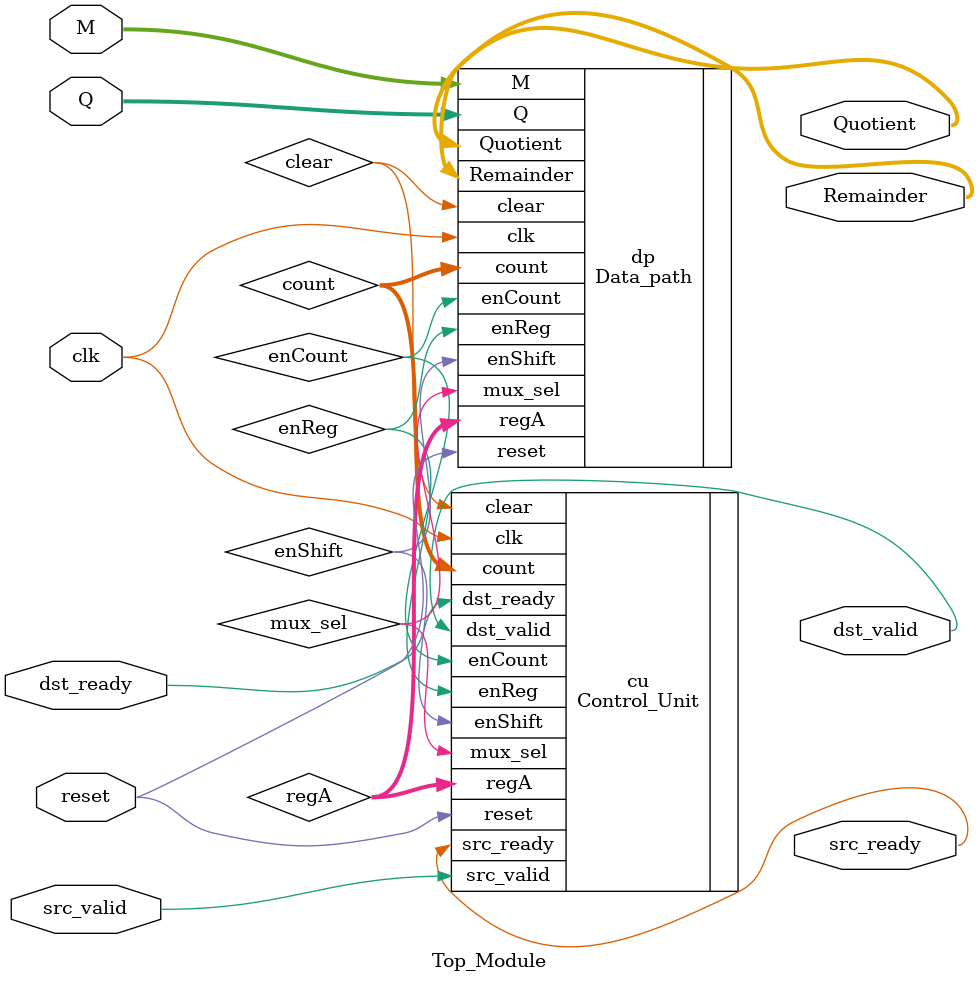
<source format=sv>
module Top_Module(
    input logic clk,
    input logic reset,
    input logic src_valid,
    input logic dst_ready,
    input logic [31:0] Q,
    input logic [31:0] M,
    output logic [31:0] Quotient,
    output logic [31:0] Remainder,
    output logic dst_valid,
    output logic src_ready
);

    logic enReg, enCount, enShift, mux_sel, clear;
    logic [4:0] count;
    logic [31:0] regA;

    // Instantiate Control Unit
    Control_Unit cu(
        .clk(clk),
        .reset(reset),
        .src_valid(src_valid),
        .dst_ready(dst_ready),
        .regA(regA),
        .count(count),
        .enReg(enReg),
        .enCount(enCount),
        .enShift(enShift),
        .dst_valid(dst_valid),
        .src_ready(src_ready),
        .mux_sel(mux_sel),
        .clear(clear)
    );

    // Instantiate Data Path
    Data_path dp(
        .clk(clk),
        .reset(reset),
        .enReg(enReg),
        .enCount(enCount),
        .enShift(enShift),
        .mux_sel(mux_sel),
        .clear(clear),
        .Q(Q),
        .M(M),
        .Quotient(Quotient),
        .Remainder(Remainder),
        .count(count),
        .regA(regA)
    );

    initial begin
        $dumpfile("dump.vcd");
        $dumpvars(0, Top_Module);
    end

endmodule

</source>
